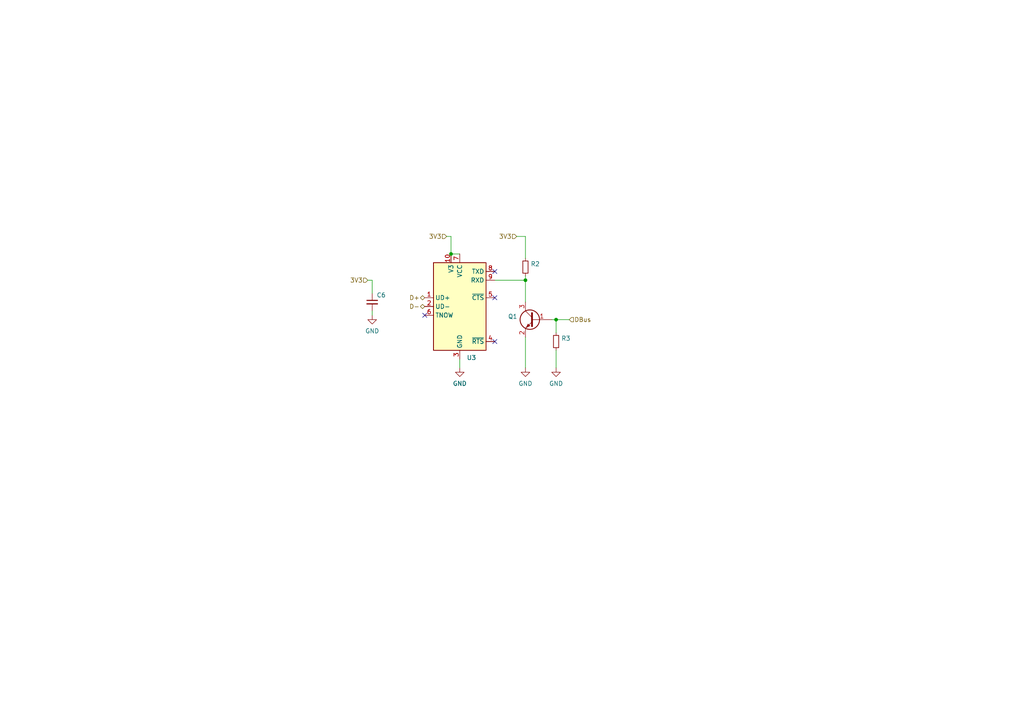
<source format=kicad_sch>
(kicad_sch (version 20211123) (generator eeschema)
  (paper "A4")
  (lib_symbols
    (symbol "Device:C_Small" (pin_numbers hide) (pin_names (offset 0.254) hide)
      (property "Reference" "C" (at 0.254 1.778 0))
      (property "Value" "C_Small" (at 0.254 -2.032 0))
      (symbol "C_Small_0_1"
        (polyline (pts (xy -1.524 -0.508) (xy 1.524 -0.508)) (stroke (width 0.3302)))
        (polyline (pts (xy -1.524 0.508) (xy 1.524 0.508)) (stroke (width 0.3048)))
      )
      (symbol "C_Small_1_1"
        (pin passive line (at 0 2.54 270) (length 2.032) (name "~") (number "1"))
        (pin passive line (at 0 -2.54 90) (length 2.032) (name "~") (number "2"))
      )
    )
    (symbol "Device:Q_NPN_BEC" (pin_names (offset 0) hide)
      (property "Reference" "Q" (at 5.08 1.27 0))
      (property "Value" "Q_NPN_BEC" (at 5.08 -1.27 0))
      (symbol "Q_NPN_BEC_0_1"
        (polyline (pts (xy 0.635 0.635) (xy 2.54 2.54)))
        (polyline (pts (xy 0.635 -0.635) (xy 2.54 -2.54) (xy 2.54 -2.54)))
        (polyline (pts (xy 0.635 1.905) (xy 0.635 -1.905) (xy 0.635 -1.905)) (stroke (width 0.508)))
        (polyline (pts (xy 1.27 -1.778) (xy 1.778 -1.27) (xy 2.286 -2.286) (xy 1.27 -1.778) (xy 1.27 -1.778)) (fill (type outline)))
        (circle (center 1.27 0) (radius 2.8194) (stroke (width 0.254)))
      )
      (symbol "Q_NPN_BEC_1_1"
        (pin input line (at -5.08 0 0) (length 5.715) (name "B") (number "1"))
        (pin passive line (at 2.54 -5.08 90) (length 2.54) (name "E") (number "2"))
        (pin passive line (at 2.54 5.08 270) (length 2.54) (name "C") (number "3"))
      )
    )
    (symbol "Device:R_Small" (pin_numbers hide) (pin_names (offset 0.254) hide)
      (property "Reference" "R" (at 0.762 0.508 0))
      (property "Value" "R_Small" (at 0.762 -1.016 0))
      (symbol "R_Small_0_1"
        (rectangle (start -0.762 1.778) (end 0.762 -1.778) (stroke (width 0.2032)))
      )
      (symbol "R_Small_1_1"
        (pin passive line (at 0 2.54 270) (length 0.762) (name "~") (number "1"))
        (pin passive line (at 0 -2.54 90) (length 0.762) (name "~") (number "2"))
      )
    )
    (symbol "Interface_USB:CH340E"
      (property "Reference" "U" (at -5.08 13.97 0))
      (property "Value" "CH340E" (at 1.27 13.97 0))
      (symbol "CH340E_0_1"
        (rectangle (start -7.62 12.7) (end 7.62 -12.7) (stroke (width 0.254)) (fill (type background)))
      )
      (symbol "CH340E_1_1"
        (pin bidirectional line (at -10.16 2.54 0) (length 2.54) (name "UD+") (number "1"))
        (pin passive line (at -2.54 15.24 270) (length 2.54) (name "V3") (number "10"))
        (pin bidirectional line (at -10.16 0 0) (length 2.54) (name "UD-") (number "2"))
        (pin power_in line (at 0 -15.24 90) (length 2.54) (name "GND") (number "3"))
        (pin output line (at 10.16 -10.16 180) (length 2.54) (name "~{RTS}") (number "4"))
        (pin input line (at 10.16 2.54 180) (length 2.54) (name "~{CTS}") (number "5"))
        (pin output line (at -10.16 -2.54 0) (length 2.54) (name "TNOW") (number "6"))
        (pin power_in line (at 0 15.24 270) (length 2.54) (name "VCC") (number "7"))
        (pin output line (at 10.16 10.16 180) (length 2.54) (name "TXD") (number "8"))
        (pin input line (at 10.16 7.62 180) (length 2.54) (name "RXD") (number "9"))
      )
    )
    (symbol "power:GND" (power) (pin_names (offset 0))
      (property "Value" "GND" (at 0 -3.81 0))
      (symbol "GND_0_1"
        (polyline (pts (xy 0 0) (xy 0 -1.27) (xy 1.27 -1.27) (xy 0 -2.54) (xy -1.27 -1.27) (xy 0 -1.27)))
      )
      (symbol "GND_1_1"
        (pin power_in line (at 0 0 270) (length 0) hide (name "GND") (number "1"))
      )
    )
  )
  (junction (at 152.4 81.28))
  (junction (at 130.81 73.66))
  (junction (at 161.29 92.71))
  (no_connect (at 143.51 99.06))
  (no_connect (at 123.19 91.44))
  (no_connect (at 143.51 86.36))
  (no_connect (at 143.51 78.74))
  (wire (pts (xy 160.02 92.71) (xy 161.29 92.71)))
  (wire (pts (xy 130.81 68.58) (xy 130.81 73.66)))
  (wire (pts (xy 161.29 92.71) (xy 161.29 96.52)))
  (wire (pts (xy 107.95 81.28) (xy 107.95 85.09)))
  (wire (pts (xy 149.86 68.58) (xy 152.4 68.58)))
  (wire (pts (xy 130.81 73.66) (xy 133.35 73.66)))
  (wire (pts (xy 152.4 68.58) (xy 152.4 74.93)))
  (wire (pts (xy 152.4 97.79) (xy 152.4 106.68)))
  (wire (pts (xy 129.54 68.58) (xy 130.81 68.58)))
  (wire (pts (xy 133.35 104.14) (xy 133.35 106.68)))
  (wire (pts (xy 106.68 81.28) (xy 107.95 81.28)))
  (wire (pts (xy 152.4 81.28) (xy 152.4 87.63)))
  (wire (pts (xy 107.95 90.17) (xy 107.95 91.44)))
  (wire (pts (xy 152.4 80.01) (xy 152.4 81.28)))
  (wire (pts (xy 143.51 81.28) (xy 152.4 81.28)))
  (wire (pts (xy 161.29 101.6) (xy 161.29 106.68)))
  (wire (pts (xy 161.29 92.71) (xy 165.1 92.71)))
  (hierarchical_label "D+" (shape bidirectional) (at 123.19 86.36 180))
  (hierarchical_label "D-" (shape bidirectional) (at 123.19 88.9 180))
  (hierarchical_label "3V3" (shape input) (at 106.68 81.28 180))
  (hierarchical_label "DBus" (shape input) (at 165.1 92.71 0))
  (hierarchical_label "3V3" (shape input) (at 149.86 68.58 180))
  (hierarchical_label "3V3" (shape input) (at 129.54 68.58 180))
  (symbol (lib_id "Device:C_Small") (at 107.95 87.63 0) (mirror y) (unit 1)
    (property "Reference" "C6" (at 109.22 85.598 0) (effects (justify right)))
  )
  (symbol (lib_id "power:GND") (at 161.29 106.68 0) (unit 1)
    (property "Reference" "#PWR0116" (effects hide))
  )
  (symbol (lib_id "Device:R_Small") (at 152.4 77.47 0) (unit 1)
    (property "Reference" "R2" (at 153.8986 76.5615 0) (effects (justify left)))
  )
  (symbol (lib_id "Interface_USB:CH340E") (at 133.35 88.9 0) (unit 1)
    (property "Reference" "U3" (at 135.3694 103.7495 0) (effects (justify left)))
    (property "Datasheet" "https://www.mpja.com/download/35227cpdata.pdf" (effects hide))
  )
  (symbol (lib_id "Device:R_Small") (at 161.29 99.06 0) (unit 1)
    (property "Reference" "R3" (at 162.7886 98.1515 0) (effects (justify left)))
  )
  (symbol (lib_id "power:GND") (at 133.35 106.68 0) (unit 1)
    (property "Reference" "#PWR0115" (effects hide))
  )
  (symbol (lib_id "power:GND") (at 107.95 91.44 0) (unit 1)
    (property "Reference" "#PWR0117" (effects hide))
  )
  (symbol (lib_id "Device:Q_NPN_BEC") (at 154.94 92.71 0) (mirror y) (unit 1)
    (property "Reference" "Q1" (at 150.0886 91.8015 0) (effects (justify left)))
  )
  (symbol (lib_id "power:GND") (at 152.4 106.68 0) (unit 1)
    (property "Reference" "#PWR0114" (effects hide))
  )
)
</source>
